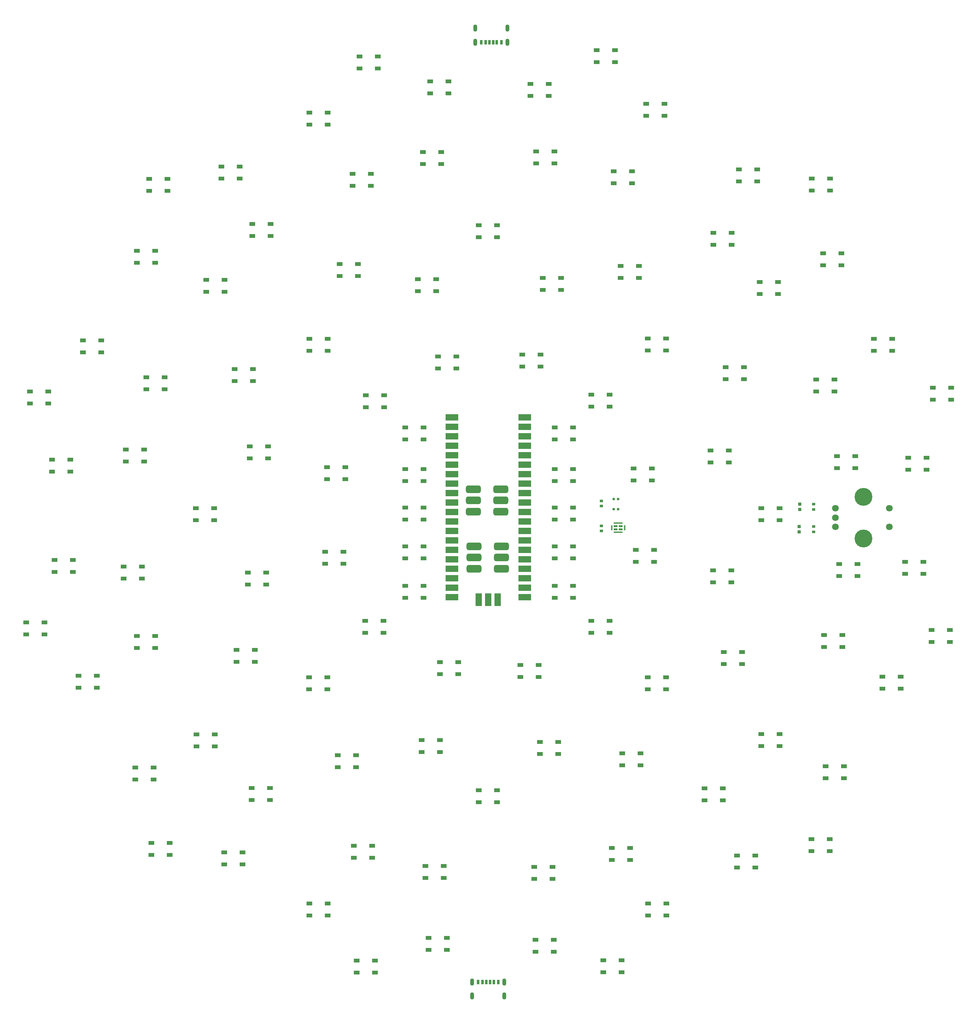
<source format=gbr>
%TF.GenerationSoftware,KiCad,Pcbnew,(6.0.4)*%
%TF.CreationDate,2022-09-10T18:16:35-05:00*%
%TF.ProjectId,CircleBoard,43697263-6c65-4426-9f61-72642e6b6963,rev?*%
%TF.SameCoordinates,Original*%
%TF.FileFunction,Soldermask,Top*%
%TF.FilePolarity,Negative*%
%FSLAX46Y46*%
G04 Gerber Fmt 4.6, Leading zero omitted, Abs format (unit mm)*
G04 Created by KiCad (PCBNEW (6.0.4)) date 2022-09-10 18:16:35*
%MOMM*%
%LPD*%
G01*
G04 APERTURE LIST*
G04 Aperture macros list*
%AMRoundRect*
0 Rectangle with rounded corners*
0 $1 Rounding radius*
0 $2 $3 $4 $5 $6 $7 $8 $9 X,Y pos of 4 corners*
0 Add a 4 corners polygon primitive as box body*
4,1,4,$2,$3,$4,$5,$6,$7,$8,$9,$2,$3,0*
0 Add four circle primitives for the rounded corners*
1,1,$1+$1,$2,$3*
1,1,$1+$1,$4,$5*
1,1,$1+$1,$6,$7*
1,1,$1+$1,$8,$9*
0 Add four rect primitives between the rounded corners*
20,1,$1+$1,$2,$3,$4,$5,0*
20,1,$1+$1,$4,$5,$6,$7,0*
20,1,$1+$1,$6,$7,$8,$9,0*
20,1,$1+$1,$8,$9,$2,$3,0*%
G04 Aperture macros list end*
%ADD10O,1.100000X1.900000*%
%ADD11R,0.700000X1.200000*%
%ADD12R,0.800000X1.200000*%
%ADD13R,1.500000X1.000000*%
%ADD14R,0.900000X0.800000*%
%ADD15R,3.500000X1.700000*%
%ADD16R,1.700000X3.500000*%
%ADD17R,0.864000X0.806000*%
%ADD18RoundRect,0.500000X1.500000X0.500000X-1.500000X0.500000X-1.500000X-0.500000X1.500000X-0.500000X0*%
%ADD19C,1.800000*%
%ADD20C,4.800000*%
%ADD21C,0.700000*%
%ADD22R,1.050000X0.550000*%
%ADD23R,0.450000X1.400000*%
%ADD24R,2.400000X0.450000*%
G04 APERTURE END LIST*
D10*
%TO.C,USB2*%
X131920000Y-256312000D03*
X123280000Y-252512000D03*
X131920000Y-252512000D03*
X123280000Y-256312000D03*
D11*
X127100000Y-252512000D03*
X129100000Y-252512000D03*
D12*
X130300000Y-252512000D03*
D11*
X128100000Y-252512000D03*
X126100000Y-252512000D03*
D12*
X124900000Y-252512000D03*
%TD*%
D10*
%TO.C,USB1*%
X124080000Y3512000D03*
X132720000Y-288000D03*
X124080000Y-288000D03*
X132720000Y3512000D03*
D11*
X128900000Y-288000D03*
X126900000Y-288000D03*
D12*
X125700000Y-288000D03*
D11*
X127900000Y-288000D03*
X129900000Y-288000D03*
D12*
X131100000Y-288000D03*
%TD*%
D13*
%TO.C,led44*%
X145450000Y-103700000D03*
X145450000Y-106900000D03*
X150350000Y-106900000D03*
X150350000Y-103700000D03*
%TD*%
D14*
%TO.C,C3*%
X215000000Y-131700000D03*
X215000000Y-130300000D03*
%TD*%
D13*
%TO.C,led82*%
X49239000Y-186106000D03*
X49239000Y-189306000D03*
X54139000Y-189306000D03*
X54139000Y-186106000D03*
%TD*%
%TO.C,led53*%
X187923000Y-142037000D03*
X187923000Y-145237000D03*
X192823000Y-145237000D03*
X192823000Y-142037000D03*
%TD*%
%TO.C,led57*%
X105350000Y-114900000D03*
X105350000Y-118100000D03*
X110250000Y-118100000D03*
X110250000Y-114900000D03*
%TD*%
%TO.C,led63*%
X49112000Y-125400000D03*
X49112000Y-128600000D03*
X54012000Y-128600000D03*
X54012000Y-125400000D03*
%TD*%
D15*
%TO.C,U2*%
X117810000Y-100970000D03*
X117810000Y-103510000D03*
X117810000Y-108590000D03*
X117810000Y-111130000D03*
X117810000Y-113670000D03*
X117810000Y-116210000D03*
X117810000Y-118750000D03*
X117810000Y-121290000D03*
X117810000Y-123830000D03*
X117810000Y-126370000D03*
X117810000Y-128910000D03*
X117810000Y-131450000D03*
X117810000Y-133990000D03*
X117810000Y-136530000D03*
X117810000Y-139070000D03*
X117810000Y-141610000D03*
X117810000Y-144150000D03*
X137390000Y-131450000D03*
X137390000Y-126370000D03*
X137390000Y-123830000D03*
X137390000Y-121290000D03*
X137390000Y-118750000D03*
X137390000Y-113670000D03*
X137390000Y-111130000D03*
X137390000Y-108590000D03*
X137390000Y-103510000D03*
D16*
X125060000Y-149900000D03*
X127600000Y-149900000D03*
X130140000Y-149900000D03*
D15*
X117810000Y-106050000D03*
X137390000Y-144150000D03*
X137390000Y-106050000D03*
X117810000Y-146690000D03*
X117810000Y-149230000D03*
X137390000Y-149230000D03*
X137390000Y-146690000D03*
X137390000Y-141610000D03*
X137390000Y-139070000D03*
X137390000Y-136530000D03*
X137390000Y-133990000D03*
X137390000Y-128910000D03*
X137390000Y-116210000D03*
X137390000Y-100970000D03*
%TD*%
D13*
%TO.C,led70*%
X94578000Y-155626000D03*
X94578000Y-158826000D03*
X99478000Y-158826000D03*
X99478000Y-155626000D03*
%TD*%
%TO.C,led94*%
X56732000Y-217729000D03*
X56732000Y-220929000D03*
X61632000Y-220929000D03*
X61632000Y-217729000D03*
%TD*%
%TO.C,led6*%
X110072000Y-29769000D03*
X110072000Y-32969000D03*
X114972000Y-32969000D03*
X114972000Y-29769000D03*
%TD*%
%TO.C,led1*%
X111977000Y-10846000D03*
X111977000Y-14046000D03*
X116877000Y-14046000D03*
X116877000Y-10846000D03*
%TD*%
%TO.C,led50*%
X200877000Y-125400000D03*
X200877000Y-128600000D03*
X205777000Y-128600000D03*
X205777000Y-125400000D03*
%TD*%
%TO.C,led85*%
X109691000Y-187630000D03*
X109691000Y-190830000D03*
X114591000Y-190830000D03*
X114591000Y-187630000D03*
%TD*%
%TO.C,led65*%
X63082000Y-142672000D03*
X63082000Y-145872000D03*
X67982000Y-145872000D03*
X67982000Y-142672000D03*
%TD*%
%TO.C,led66*%
X29681000Y-141021000D03*
X29681000Y-144221000D03*
X34581000Y-144221000D03*
X34581000Y-141021000D03*
%TD*%
%TO.C,led48*%
X145450000Y-146200000D03*
X145450000Y-149400000D03*
X150350000Y-149400000D03*
X150350000Y-146200000D03*
%TD*%
%TO.C,led104*%
X92292000Y-246812000D03*
X92292000Y-250012000D03*
X97192000Y-250012000D03*
X97192000Y-246812000D03*
%TD*%
D17*
%TO.C,R1*%
X211100000Y-131753000D03*
X211100000Y-130247000D03*
%TD*%
D18*
%TO.C,LEDS1*%
X131000000Y-126300000D03*
X131000000Y-123300000D03*
X131000000Y-120300000D03*
%TD*%
D13*
%TO.C,led100*%
X170524000Y-231445000D03*
X170524000Y-234645000D03*
X175424000Y-234645000D03*
X175424000Y-231445000D03*
%TD*%
%TO.C,led103*%
X79592000Y-231445000D03*
X79592000Y-234645000D03*
X84492000Y-234645000D03*
X84492000Y-231445000D03*
%TD*%
%TO.C,led22*%
X108675000Y-63932000D03*
X108675000Y-67132000D03*
X113575000Y-67132000D03*
X113575000Y-63932000D03*
%TD*%
%TO.C,led86*%
X141441000Y-188138000D03*
X141441000Y-191338000D03*
X146341000Y-191338000D03*
X146341000Y-188138000D03*
%TD*%
%TO.C,led9*%
X55970000Y-33706000D03*
X55970000Y-36906000D03*
X60870000Y-36906000D03*
X60870000Y-33706000D03*
%TD*%
%TO.C,led26*%
X231103000Y-79934000D03*
X231103000Y-83134000D03*
X236003000Y-83134000D03*
X236003000Y-79934000D03*
%TD*%
%TO.C,led39*%
X155284000Y-94920000D03*
X155284000Y-98120000D03*
X160184000Y-98120000D03*
X160184000Y-94920000D03*
%TD*%
%TO.C,led93*%
X37174000Y-215189000D03*
X37174000Y-218389000D03*
X42074000Y-218389000D03*
X42074000Y-215189000D03*
%TD*%
%TO.C,led102*%
X111596000Y-240716000D03*
X111596000Y-243916000D03*
X116496000Y-243916000D03*
X116496000Y-240716000D03*
%TD*%
%TO.C,led76*%
X246597000Y-158039000D03*
X246597000Y-161239000D03*
X251497000Y-161239000D03*
X251497000Y-158039000D03*
%TD*%
%TO.C,led96*%
X110707000Y-221412000D03*
X110707000Y-224612000D03*
X115607000Y-224612000D03*
X115607000Y-221412000D03*
%TD*%
D18*
%TO.C,LEDS2*%
X123800000Y-141600000D03*
X123800000Y-138600000D03*
X123800000Y-135600000D03*
%TD*%
%TO.C,LEDS3*%
X131100000Y-141600000D03*
X131100000Y-138600000D03*
X131100000Y-135600000D03*
%TD*%
D13*
%TO.C,led29*%
X170397000Y-79807000D03*
X170397000Y-83007000D03*
X175297000Y-83007000D03*
X175297000Y-79807000D03*
%TD*%
%TO.C,led75*%
X217768000Y-159436000D03*
X217768000Y-162636000D03*
X222668000Y-162636000D03*
X222668000Y-159436000D03*
%TD*%
%TO.C,led27*%
X215609000Y-90856000D03*
X215609000Y-94056000D03*
X220509000Y-94056000D03*
X220509000Y-90856000D03*
%TD*%
D19*
%TO.C,ENC1*%
X220800000Y-125400000D03*
X220800000Y-130400000D03*
X220800000Y-127900000D03*
X235300000Y-125400000D03*
X235300000Y-130400000D03*
D20*
X228300000Y-133500000D03*
X228300000Y-122300000D03*
%TD*%
D13*
%TO.C,led52*%
X221832000Y-140386000D03*
X221832000Y-143586000D03*
X226732000Y-143586000D03*
X226732000Y-140386000D03*
%TD*%
%TO.C,led105*%
X158459000Y-246685000D03*
X158459000Y-249885000D03*
X163359000Y-249885000D03*
X163359000Y-246685000D03*
%TD*%
D14*
%TO.C,C2*%
X158000000Y-131500000D03*
X158000000Y-130100000D03*
%TD*%
D13*
%TO.C,led5*%
X140425000Y-29642000D03*
X140425000Y-32842000D03*
X145325000Y-32842000D03*
X145325000Y-29642000D03*
%TD*%
%TO.C,led88*%
X200877000Y-185979000D03*
X200877000Y-189179000D03*
X205777000Y-189179000D03*
X205777000Y-185979000D03*
%TD*%
%TO.C,led31*%
X114136000Y-84633000D03*
X114136000Y-87833000D03*
X119036000Y-87833000D03*
X119036000Y-84633000D03*
%TD*%
%TO.C,led91*%
X185637000Y-200584000D03*
X185637000Y-203784000D03*
X190537000Y-203784000D03*
X190537000Y-200584000D03*
%TD*%
%TO.C,led60*%
X30316000Y-109652000D03*
X30316000Y-112852000D03*
X35216000Y-112852000D03*
X35216000Y-109652000D03*
%TD*%
%TO.C,led40*%
X240374000Y-111811000D03*
X240374000Y-115011000D03*
X245274000Y-115011000D03*
X245274000Y-111811000D03*
%TD*%
%TO.C,led25*%
X246978000Y-93015000D03*
X246978000Y-96215000D03*
X251878000Y-96215000D03*
X251878000Y-93015000D03*
%TD*%
%TO.C,led33*%
X59526000Y-88062000D03*
X59526000Y-91262000D03*
X64426000Y-91262000D03*
X64426000Y-88062000D03*
%TD*%
%TO.C,led4*%
X170016000Y-16815000D03*
X170016000Y-20015000D03*
X174916000Y-20015000D03*
X174916000Y-16815000D03*
%TD*%
%TO.C,led34*%
X35777000Y-90221000D03*
X35777000Y-93421000D03*
X40677000Y-93421000D03*
X40677000Y-90221000D03*
%TD*%
%TO.C,led42*%
X187288000Y-109906000D03*
X187288000Y-113106000D03*
X192188000Y-113106000D03*
X192188000Y-109906000D03*
%TD*%
%TO.C,led23*%
X142203000Y-63551000D03*
X142203000Y-66751000D03*
X147103000Y-66751000D03*
X147103000Y-63551000D03*
%TD*%
%TO.C,led87*%
X163539000Y-191186000D03*
X163539000Y-194386000D03*
X168439000Y-194386000D03*
X168439000Y-191186000D03*
%TD*%
%TO.C,led41*%
X221197000Y-111430000D03*
X221197000Y-114630000D03*
X226097000Y-114630000D03*
X226097000Y-111430000D03*
%TD*%
D17*
%TO.C,R2*%
X211200000Y-125753000D03*
X211200000Y-124247000D03*
%TD*%
D13*
%TO.C,led72*%
X136234000Y-167437000D03*
X136234000Y-170637000D03*
X141134000Y-170637000D03*
X141134000Y-167437000D03*
%TD*%
%TO.C,led30*%
X136742000Y-84125000D03*
X136742000Y-87325000D03*
X141642000Y-87325000D03*
X141642000Y-84125000D03*
%TD*%
D14*
%TO.C,C4*%
X215000000Y-125700000D03*
X215000000Y-124300000D03*
%TD*%
D13*
%TO.C,led17*%
X125058000Y-49454000D03*
X125058000Y-52654000D03*
X129958000Y-52654000D03*
X129958000Y-49454000D03*
%TD*%
%TO.C,led92*%
X125058000Y-201092000D03*
X125058000Y-204292000D03*
X129958000Y-204292000D03*
X129958000Y-201092000D03*
%TD*%
%TO.C,led73*%
X155284000Y-155626000D03*
X155284000Y-158826000D03*
X160184000Y-158826000D03*
X160184000Y-155626000D03*
%TD*%
%TO.C,led58*%
X105350000Y-103700000D03*
X105350000Y-106900000D03*
X110250000Y-106900000D03*
X110250000Y-103700000D03*
%TD*%
%TO.C,led38*%
X94705000Y-95047000D03*
X94705000Y-98247000D03*
X99605000Y-98247000D03*
X99605000Y-95047000D03*
%TD*%
%TO.C,led36*%
X4535000Y-94031000D03*
X4535000Y-97231000D03*
X9435000Y-97231000D03*
X9435000Y-94031000D03*
%TD*%
%TO.C,led62*%
X11139000Y-139243000D03*
X11139000Y-142443000D03*
X16039000Y-142443000D03*
X16039000Y-139243000D03*
%TD*%
%TO.C,led14*%
X217514000Y-56947000D03*
X217514000Y-60147000D03*
X222414000Y-60147000D03*
X222414000Y-56947000D03*
%TD*%
%TO.C,led20*%
X33237000Y-56312000D03*
X33237000Y-59512000D03*
X38137000Y-59512000D03*
X38137000Y-56312000D03*
%TD*%
%TO.C,led43*%
X166587000Y-114732000D03*
X166587000Y-117932000D03*
X171487000Y-117932000D03*
X171487000Y-114732000D03*
%TD*%
%TO.C,led13*%
X214466000Y-36881000D03*
X214466000Y-40081000D03*
X219366000Y-40081000D03*
X219366000Y-36881000D03*
%TD*%
%TO.C,led16*%
X163158000Y-60376000D03*
X163158000Y-63576000D03*
X168058000Y-63576000D03*
X168058000Y-60376000D03*
%TD*%
%TO.C,led67*%
X3519000Y-156007000D03*
X3519000Y-159207000D03*
X8419000Y-159207000D03*
X8419000Y-156007000D03*
%TD*%
%TO.C,led69*%
X60034000Y-163373000D03*
X60034000Y-166573000D03*
X64934000Y-166573000D03*
X64934000Y-163373000D03*
%TD*%
%TO.C,led32*%
X79592000Y-79934000D03*
X79592000Y-83134000D03*
X84492000Y-83134000D03*
X84492000Y-79934000D03*
%TD*%
D18*
%TO.C,LEDS0*%
X123600000Y-126300000D03*
X123600000Y-123300000D03*
X123600000Y-120300000D03*
%TD*%
D13*
%TO.C,led97*%
X139917000Y-221666000D03*
X139917000Y-224866000D03*
X144817000Y-224866000D03*
X144817000Y-221666000D03*
%TD*%
%TO.C,led11*%
X161253000Y-34976000D03*
X161253000Y-38176000D03*
X166153000Y-38176000D03*
X166153000Y-34976000D03*
%TD*%
%TO.C,led35*%
X18759000Y-80315000D03*
X18759000Y-83515000D03*
X23659000Y-83515000D03*
X23659000Y-80315000D03*
%TD*%
%TO.C,led95*%
X91530000Y-215951000D03*
X91530000Y-219151000D03*
X96430000Y-219151000D03*
X96430000Y-215951000D03*
%TD*%
%TO.C,led101*%
X140298000Y-241224000D03*
X140298000Y-244424000D03*
X145198000Y-244424000D03*
X145198000Y-241224000D03*
%TD*%
%TO.C,led80*%
X17616000Y-170358000D03*
X17616000Y-173558000D03*
X22516000Y-173558000D03*
X22516000Y-170358000D03*
%TD*%
%TO.C,led78*%
X170397000Y-170739000D03*
X170397000Y-173939000D03*
X175297000Y-173939000D03*
X175297000Y-170739000D03*
%TD*%
%TO.C,led79*%
X79465000Y-170739000D03*
X79465000Y-173939000D03*
X84365000Y-173939000D03*
X84365000Y-170739000D03*
%TD*%
%TO.C,led19*%
X64225000Y-49073000D03*
X64225000Y-52273000D03*
X69125000Y-52273000D03*
X69125000Y-49073000D03*
%TD*%
%TO.C,led24*%
X200496000Y-64694000D03*
X200496000Y-67894000D03*
X205396000Y-67894000D03*
X205396000Y-64694000D03*
%TD*%
%TO.C,led8*%
X36539000Y-37008000D03*
X36539000Y-40208000D03*
X41439000Y-40208000D03*
X41439000Y-37008000D03*
%TD*%
%TO.C,led3*%
X156681000Y-2464000D03*
X156681000Y-5664000D03*
X161581000Y-5664000D03*
X161581000Y-2464000D03*
%TD*%
%TO.C,led89*%
X218149000Y-194615000D03*
X218149000Y-197815000D03*
X223049000Y-197815000D03*
X223049000Y-194615000D03*
%TD*%
%TO.C,led77*%
X233389000Y-170612000D03*
X233389000Y-173812000D03*
X238289000Y-173812000D03*
X238289000Y-170612000D03*
%TD*%
%TO.C,led99*%
X194400000Y-218618000D03*
X194400000Y-221818000D03*
X199300000Y-221818000D03*
X199300000Y-218618000D03*
%TD*%
%TO.C,led18*%
X87720000Y-59868000D03*
X87720000Y-63068000D03*
X92620000Y-63068000D03*
X92620000Y-59868000D03*
%TD*%
%TO.C,led10*%
X91149000Y-35611000D03*
X91149000Y-38811000D03*
X96049000Y-38811000D03*
X96049000Y-35611000D03*
%TD*%
%TO.C,led74*%
X190844000Y-164008000D03*
X190844000Y-167208000D03*
X195744000Y-167208000D03*
X195744000Y-164008000D03*
%TD*%
%TO.C,led0*%
X93054000Y-4115000D03*
X93054000Y-7315000D03*
X97954000Y-7315000D03*
X97954000Y-4115000D03*
%TD*%
%TO.C,led37*%
X63590000Y-108763000D03*
X63590000Y-111963000D03*
X68490000Y-111963000D03*
X68490000Y-108763000D03*
%TD*%
%TO.C,led71*%
X114644000Y-166675000D03*
X114644000Y-169875000D03*
X119544000Y-169875000D03*
X119544000Y-166675000D03*
%TD*%
%TO.C,led56*%
X105350000Y-125200000D03*
X105350000Y-128400000D03*
X110250000Y-128400000D03*
X110250000Y-125200000D03*
%TD*%
D14*
%TO.C,C1*%
X158000000Y-124800000D03*
X158000000Y-123400000D03*
%TD*%
D13*
%TO.C,led49*%
X167222000Y-136576000D03*
X167222000Y-139776000D03*
X172122000Y-139776000D03*
X172122000Y-136576000D03*
%TD*%
%TO.C,led15*%
X188050000Y-51486000D03*
X188050000Y-54686000D03*
X192950000Y-54686000D03*
X192950000Y-51486000D03*
%TD*%
%TO.C,led68*%
X33237000Y-159690000D03*
X33237000Y-162890000D03*
X38137000Y-162890000D03*
X38137000Y-159690000D03*
%TD*%
%TO.C,led98*%
X160745000Y-216586000D03*
X160745000Y-219786000D03*
X165645000Y-219786000D03*
X165645000Y-216586000D03*
%TD*%
%TO.C,led84*%
X87212000Y-191694000D03*
X87212000Y-194894000D03*
X92112000Y-194894000D03*
X92112000Y-191694000D03*
%TD*%
D21*
%TO.C,MIC2*%
X162438500Y-122954000D03*
X162438500Y-125614000D03*
X161288500Y-125614000D03*
X161288500Y-122954000D03*
%TD*%
D13*
%TO.C,led47*%
X145450000Y-135600000D03*
X145450000Y-138800000D03*
X150350000Y-138800000D03*
X150350000Y-135600000D03*
%TD*%
%TO.C,led12*%
X194908000Y-34468000D03*
X194908000Y-37668000D03*
X199808000Y-37668000D03*
X199808000Y-34468000D03*
%TD*%
%TO.C,led59*%
X84291000Y-114351000D03*
X84291000Y-117551000D03*
X89191000Y-117551000D03*
X89191000Y-114351000D03*
%TD*%
%TO.C,led2*%
X138901000Y-11481000D03*
X138901000Y-14681000D03*
X143801000Y-14681000D03*
X143801000Y-11481000D03*
%TD*%
%TO.C,led81*%
X32856000Y-194996000D03*
X32856000Y-198196000D03*
X37756000Y-198196000D03*
X37756000Y-194996000D03*
%TD*%
%TO.C,led7*%
X79592000Y-19228000D03*
X79592000Y-22428000D03*
X84492000Y-22428000D03*
X84492000Y-19228000D03*
%TD*%
%TO.C,led46*%
X145450000Y-125200000D03*
X145450000Y-128400000D03*
X150350000Y-128400000D03*
X150350000Y-125200000D03*
%TD*%
%TO.C,led51*%
X239485000Y-139751000D03*
X239485000Y-142951000D03*
X244385000Y-142951000D03*
X244385000Y-139751000D03*
%TD*%
%TO.C,led61*%
X10504000Y-112319000D03*
X10504000Y-115519000D03*
X15404000Y-115519000D03*
X15404000Y-112319000D03*
%TD*%
D22*
%TO.C,MIC1*%
X163175000Y-130175000D03*
X161825000Y-131025000D03*
X163175000Y-131025000D03*
D23*
X164225000Y-130600000D03*
D24*
X162500000Y-129375000D03*
D23*
X160775000Y-130600000D03*
D24*
X162500000Y-131825000D03*
D22*
X161825000Y-130175000D03*
%TD*%
D13*
%TO.C,led90*%
X214339000Y-214173000D03*
X214339000Y-217373000D03*
X219239000Y-217373000D03*
X219239000Y-214173000D03*
%TD*%
%TO.C,led45*%
X145450000Y-114900000D03*
X145450000Y-118100000D03*
X150350000Y-118100000D03*
X150350000Y-114900000D03*
%TD*%
%TO.C,led64*%
X83783000Y-137084000D03*
X83783000Y-140284000D03*
X88683000Y-140284000D03*
X88683000Y-137084000D03*
%TD*%
%TO.C,led55*%
X105350000Y-135600000D03*
X105350000Y-138800000D03*
X110250000Y-138800000D03*
X110250000Y-135600000D03*
%TD*%
%TO.C,led54*%
X105350000Y-146200000D03*
X105350000Y-149400000D03*
X110250000Y-149400000D03*
X110250000Y-146200000D03*
%TD*%
%TO.C,led28*%
X191352000Y-87554000D03*
X191352000Y-90754000D03*
X196252000Y-90754000D03*
X196252000Y-87554000D03*
%TD*%
%TO.C,led21*%
X51906000Y-64059000D03*
X51906000Y-67259000D03*
X56806000Y-67259000D03*
X56806000Y-64059000D03*
%TD*%
%TO.C,led83*%
X64098000Y-200457000D03*
X64098000Y-203657000D03*
X68998000Y-203657000D03*
X68998000Y-200457000D03*
%TD*%
M02*

</source>
